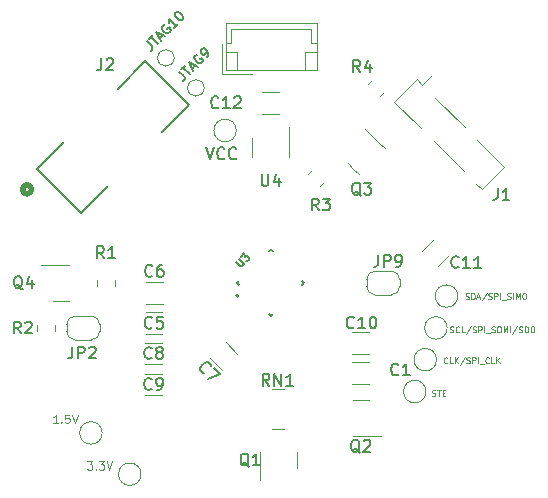
<source format=gbr>
%TF.GenerationSoftware,KiCad,Pcbnew,7.0.7*%
%TF.CreationDate,2023-11-13T21:50:39-08:00*%
%TF.ProjectId,Final_Project_Transmit,46696e61-6c5f-4507-926f-6a6563745f54,rev?*%
%TF.SameCoordinates,Original*%
%TF.FileFunction,Legend,Top*%
%TF.FilePolarity,Positive*%
%FSLAX46Y46*%
G04 Gerber Fmt 4.6, Leading zero omitted, Abs format (unit mm)*
G04 Created by KiCad (PCBNEW 7.0.7) date 2023-11-13 21:50:39*
%MOMM*%
%LPD*%
G01*
G04 APERTURE LIST*
%ADD10C,0.150000*%
%ADD11C,0.087500*%
%ADD12C,0.062500*%
%ADD13C,0.508000*%
%ADD14C,0.152400*%
%ADD15C,0.120000*%
%ADD16C,0.127000*%
%ADD17C,0.200000*%
G04 APERTURE END LIST*
D10*
X87256459Y-57192775D02*
X87256459Y-57907060D01*
X87256459Y-57907060D02*
X87208840Y-58049917D01*
X87208840Y-58049917D02*
X87113602Y-58145156D01*
X87113602Y-58145156D02*
X86970745Y-58192775D01*
X86970745Y-58192775D02*
X86875507Y-58192775D01*
X87685031Y-57288013D02*
X87732650Y-57240394D01*
X87732650Y-57240394D02*
X87827888Y-57192775D01*
X87827888Y-57192775D02*
X88065983Y-57192775D01*
X88065983Y-57192775D02*
X88161221Y-57240394D01*
X88161221Y-57240394D02*
X88208840Y-57288013D01*
X88208840Y-57288013D02*
X88256459Y-57383251D01*
X88256459Y-57383251D02*
X88256459Y-57478489D01*
X88256459Y-57478489D02*
X88208840Y-57621346D01*
X88208840Y-57621346D02*
X87637412Y-58192775D01*
X87637412Y-58192775D02*
X88256459Y-58192775D01*
D11*
X86050747Y-91303472D02*
X86484080Y-91303472D01*
X86484080Y-91303472D02*
X86250747Y-91570139D01*
X86250747Y-91570139D02*
X86350747Y-91570139D01*
X86350747Y-91570139D02*
X86417413Y-91603472D01*
X86417413Y-91603472D02*
X86450747Y-91636805D01*
X86450747Y-91636805D02*
X86484080Y-91703472D01*
X86484080Y-91703472D02*
X86484080Y-91870139D01*
X86484080Y-91870139D02*
X86450747Y-91936805D01*
X86450747Y-91936805D02*
X86417413Y-91970139D01*
X86417413Y-91970139D02*
X86350747Y-92003472D01*
X86350747Y-92003472D02*
X86150747Y-92003472D01*
X86150747Y-92003472D02*
X86084080Y-91970139D01*
X86084080Y-91970139D02*
X86050747Y-91936805D01*
X86784080Y-91936805D02*
X86817414Y-91970139D01*
X86817414Y-91970139D02*
X86784080Y-92003472D01*
X86784080Y-92003472D02*
X86750747Y-91970139D01*
X86750747Y-91970139D02*
X86784080Y-91936805D01*
X86784080Y-91936805D02*
X86784080Y-92003472D01*
X87050747Y-91303472D02*
X87484080Y-91303472D01*
X87484080Y-91303472D02*
X87250747Y-91570139D01*
X87250747Y-91570139D02*
X87350747Y-91570139D01*
X87350747Y-91570139D02*
X87417413Y-91603472D01*
X87417413Y-91603472D02*
X87450747Y-91636805D01*
X87450747Y-91636805D02*
X87484080Y-91703472D01*
X87484080Y-91703472D02*
X87484080Y-91870139D01*
X87484080Y-91870139D02*
X87450747Y-91936805D01*
X87450747Y-91936805D02*
X87417413Y-91970139D01*
X87417413Y-91970139D02*
X87350747Y-92003472D01*
X87350747Y-92003472D02*
X87150747Y-92003472D01*
X87150747Y-92003472D02*
X87084080Y-91970139D01*
X87084080Y-91970139D02*
X87050747Y-91936805D01*
X87684080Y-91303472D02*
X87917414Y-92003472D01*
X87917414Y-92003472D02*
X88150747Y-91303472D01*
D12*
X116534957Y-82945001D02*
X116511148Y-82968811D01*
X116511148Y-82968811D02*
X116439719Y-82992620D01*
X116439719Y-82992620D02*
X116392100Y-82992620D01*
X116392100Y-82992620D02*
X116320672Y-82968811D01*
X116320672Y-82968811D02*
X116273053Y-82921191D01*
X116273053Y-82921191D02*
X116249243Y-82873572D01*
X116249243Y-82873572D02*
X116225434Y-82778334D01*
X116225434Y-82778334D02*
X116225434Y-82706906D01*
X116225434Y-82706906D02*
X116249243Y-82611668D01*
X116249243Y-82611668D02*
X116273053Y-82564049D01*
X116273053Y-82564049D02*
X116320672Y-82516430D01*
X116320672Y-82516430D02*
X116392100Y-82492620D01*
X116392100Y-82492620D02*
X116439719Y-82492620D01*
X116439719Y-82492620D02*
X116511148Y-82516430D01*
X116511148Y-82516430D02*
X116534957Y-82540239D01*
X116987338Y-82992620D02*
X116749243Y-82992620D01*
X116749243Y-82992620D02*
X116749243Y-82492620D01*
X117154005Y-82992620D02*
X117154005Y-82492620D01*
X117439719Y-82992620D02*
X117225434Y-82706906D01*
X117439719Y-82492620D02*
X117154005Y-82778334D01*
X118011148Y-82468811D02*
X117582577Y-83111668D01*
X118154006Y-82968811D02*
X118225434Y-82992620D01*
X118225434Y-82992620D02*
X118344482Y-82992620D01*
X118344482Y-82992620D02*
X118392101Y-82968811D01*
X118392101Y-82968811D02*
X118415910Y-82945001D01*
X118415910Y-82945001D02*
X118439720Y-82897382D01*
X118439720Y-82897382D02*
X118439720Y-82849763D01*
X118439720Y-82849763D02*
X118415910Y-82802144D01*
X118415910Y-82802144D02*
X118392101Y-82778334D01*
X118392101Y-82778334D02*
X118344482Y-82754525D01*
X118344482Y-82754525D02*
X118249244Y-82730715D01*
X118249244Y-82730715D02*
X118201625Y-82706906D01*
X118201625Y-82706906D02*
X118177815Y-82683096D01*
X118177815Y-82683096D02*
X118154006Y-82635477D01*
X118154006Y-82635477D02*
X118154006Y-82587858D01*
X118154006Y-82587858D02*
X118177815Y-82540239D01*
X118177815Y-82540239D02*
X118201625Y-82516430D01*
X118201625Y-82516430D02*
X118249244Y-82492620D01*
X118249244Y-82492620D02*
X118368291Y-82492620D01*
X118368291Y-82492620D02*
X118439720Y-82516430D01*
X118654005Y-82992620D02*
X118654005Y-82492620D01*
X118654005Y-82492620D02*
X118844481Y-82492620D01*
X118844481Y-82492620D02*
X118892100Y-82516430D01*
X118892100Y-82516430D02*
X118915910Y-82540239D01*
X118915910Y-82540239D02*
X118939719Y-82587858D01*
X118939719Y-82587858D02*
X118939719Y-82659287D01*
X118939719Y-82659287D02*
X118915910Y-82706906D01*
X118915910Y-82706906D02*
X118892100Y-82730715D01*
X118892100Y-82730715D02*
X118844481Y-82754525D01*
X118844481Y-82754525D02*
X118654005Y-82754525D01*
X119154005Y-82992620D02*
X119154005Y-82492620D01*
X119273053Y-83040239D02*
X119654005Y-83040239D01*
X120058766Y-82945001D02*
X120034957Y-82968811D01*
X120034957Y-82968811D02*
X119963528Y-82992620D01*
X119963528Y-82992620D02*
X119915909Y-82992620D01*
X119915909Y-82992620D02*
X119844481Y-82968811D01*
X119844481Y-82968811D02*
X119796862Y-82921191D01*
X119796862Y-82921191D02*
X119773052Y-82873572D01*
X119773052Y-82873572D02*
X119749243Y-82778334D01*
X119749243Y-82778334D02*
X119749243Y-82706906D01*
X119749243Y-82706906D02*
X119773052Y-82611668D01*
X119773052Y-82611668D02*
X119796862Y-82564049D01*
X119796862Y-82564049D02*
X119844481Y-82516430D01*
X119844481Y-82516430D02*
X119915909Y-82492620D01*
X119915909Y-82492620D02*
X119963528Y-82492620D01*
X119963528Y-82492620D02*
X120034957Y-82516430D01*
X120034957Y-82516430D02*
X120058766Y-82540239D01*
X120511147Y-82992620D02*
X120273052Y-82992620D01*
X120273052Y-82992620D02*
X120273052Y-82492620D01*
X120677814Y-82992620D02*
X120677814Y-82492620D01*
X120963528Y-82992620D02*
X120749243Y-82706906D01*
X120963528Y-82492620D02*
X120677814Y-82778334D01*
X118078572Y-77544151D02*
X118150000Y-77567960D01*
X118150000Y-77567960D02*
X118269048Y-77567960D01*
X118269048Y-77567960D02*
X118316667Y-77544151D01*
X118316667Y-77544151D02*
X118340476Y-77520341D01*
X118340476Y-77520341D02*
X118364286Y-77472722D01*
X118364286Y-77472722D02*
X118364286Y-77425103D01*
X118364286Y-77425103D02*
X118340476Y-77377484D01*
X118340476Y-77377484D02*
X118316667Y-77353674D01*
X118316667Y-77353674D02*
X118269048Y-77329865D01*
X118269048Y-77329865D02*
X118173810Y-77306055D01*
X118173810Y-77306055D02*
X118126191Y-77282246D01*
X118126191Y-77282246D02*
X118102381Y-77258436D01*
X118102381Y-77258436D02*
X118078572Y-77210817D01*
X118078572Y-77210817D02*
X118078572Y-77163198D01*
X118078572Y-77163198D02*
X118102381Y-77115579D01*
X118102381Y-77115579D02*
X118126191Y-77091770D01*
X118126191Y-77091770D02*
X118173810Y-77067960D01*
X118173810Y-77067960D02*
X118292857Y-77067960D01*
X118292857Y-77067960D02*
X118364286Y-77091770D01*
X118578571Y-77567960D02*
X118578571Y-77067960D01*
X118578571Y-77067960D02*
X118697619Y-77067960D01*
X118697619Y-77067960D02*
X118769047Y-77091770D01*
X118769047Y-77091770D02*
X118816666Y-77139389D01*
X118816666Y-77139389D02*
X118840476Y-77187008D01*
X118840476Y-77187008D02*
X118864285Y-77282246D01*
X118864285Y-77282246D02*
X118864285Y-77353674D01*
X118864285Y-77353674D02*
X118840476Y-77448912D01*
X118840476Y-77448912D02*
X118816666Y-77496531D01*
X118816666Y-77496531D02*
X118769047Y-77544151D01*
X118769047Y-77544151D02*
X118697619Y-77567960D01*
X118697619Y-77567960D02*
X118578571Y-77567960D01*
X119054762Y-77425103D02*
X119292857Y-77425103D01*
X119007143Y-77567960D02*
X119173809Y-77067960D01*
X119173809Y-77067960D02*
X119340476Y-77567960D01*
X119864285Y-77044151D02*
X119435714Y-77687008D01*
X120007143Y-77544151D02*
X120078571Y-77567960D01*
X120078571Y-77567960D02*
X120197619Y-77567960D01*
X120197619Y-77567960D02*
X120245238Y-77544151D01*
X120245238Y-77544151D02*
X120269047Y-77520341D01*
X120269047Y-77520341D02*
X120292857Y-77472722D01*
X120292857Y-77472722D02*
X120292857Y-77425103D01*
X120292857Y-77425103D02*
X120269047Y-77377484D01*
X120269047Y-77377484D02*
X120245238Y-77353674D01*
X120245238Y-77353674D02*
X120197619Y-77329865D01*
X120197619Y-77329865D02*
X120102381Y-77306055D01*
X120102381Y-77306055D02*
X120054762Y-77282246D01*
X120054762Y-77282246D02*
X120030952Y-77258436D01*
X120030952Y-77258436D02*
X120007143Y-77210817D01*
X120007143Y-77210817D02*
X120007143Y-77163198D01*
X120007143Y-77163198D02*
X120030952Y-77115579D01*
X120030952Y-77115579D02*
X120054762Y-77091770D01*
X120054762Y-77091770D02*
X120102381Y-77067960D01*
X120102381Y-77067960D02*
X120221428Y-77067960D01*
X120221428Y-77067960D02*
X120292857Y-77091770D01*
X120507142Y-77567960D02*
X120507142Y-77067960D01*
X120507142Y-77067960D02*
X120697618Y-77067960D01*
X120697618Y-77067960D02*
X120745237Y-77091770D01*
X120745237Y-77091770D02*
X120769047Y-77115579D01*
X120769047Y-77115579D02*
X120792856Y-77163198D01*
X120792856Y-77163198D02*
X120792856Y-77234627D01*
X120792856Y-77234627D02*
X120769047Y-77282246D01*
X120769047Y-77282246D02*
X120745237Y-77306055D01*
X120745237Y-77306055D02*
X120697618Y-77329865D01*
X120697618Y-77329865D02*
X120507142Y-77329865D01*
X121007142Y-77567960D02*
X121007142Y-77067960D01*
X121126190Y-77615579D02*
X121507142Y-77615579D01*
X121602380Y-77544151D02*
X121673808Y-77567960D01*
X121673808Y-77567960D02*
X121792856Y-77567960D01*
X121792856Y-77567960D02*
X121840475Y-77544151D01*
X121840475Y-77544151D02*
X121864284Y-77520341D01*
X121864284Y-77520341D02*
X121888094Y-77472722D01*
X121888094Y-77472722D02*
X121888094Y-77425103D01*
X121888094Y-77425103D02*
X121864284Y-77377484D01*
X121864284Y-77377484D02*
X121840475Y-77353674D01*
X121840475Y-77353674D02*
X121792856Y-77329865D01*
X121792856Y-77329865D02*
X121697618Y-77306055D01*
X121697618Y-77306055D02*
X121649999Y-77282246D01*
X121649999Y-77282246D02*
X121626189Y-77258436D01*
X121626189Y-77258436D02*
X121602380Y-77210817D01*
X121602380Y-77210817D02*
X121602380Y-77163198D01*
X121602380Y-77163198D02*
X121626189Y-77115579D01*
X121626189Y-77115579D02*
X121649999Y-77091770D01*
X121649999Y-77091770D02*
X121697618Y-77067960D01*
X121697618Y-77067960D02*
X121816665Y-77067960D01*
X121816665Y-77067960D02*
X121888094Y-77091770D01*
X122102379Y-77567960D02*
X122102379Y-77067960D01*
X122340474Y-77567960D02*
X122340474Y-77067960D01*
X122340474Y-77067960D02*
X122507141Y-77425103D01*
X122507141Y-77425103D02*
X122673807Y-77067960D01*
X122673807Y-77067960D02*
X122673807Y-77567960D01*
X123007141Y-77067960D02*
X123102379Y-77067960D01*
X123102379Y-77067960D02*
X123149998Y-77091770D01*
X123149998Y-77091770D02*
X123197617Y-77139389D01*
X123197617Y-77139389D02*
X123221427Y-77234627D01*
X123221427Y-77234627D02*
X123221427Y-77401293D01*
X123221427Y-77401293D02*
X123197617Y-77496531D01*
X123197617Y-77496531D02*
X123149998Y-77544151D01*
X123149998Y-77544151D02*
X123102379Y-77567960D01*
X123102379Y-77567960D02*
X123007141Y-77567960D01*
X123007141Y-77567960D02*
X122959522Y-77544151D01*
X122959522Y-77544151D02*
X122911903Y-77496531D01*
X122911903Y-77496531D02*
X122888094Y-77401293D01*
X122888094Y-77401293D02*
X122888094Y-77234627D01*
X122888094Y-77234627D02*
X122911903Y-77139389D01*
X122911903Y-77139389D02*
X122959522Y-77091770D01*
X122959522Y-77091770D02*
X123007141Y-77067960D01*
X116772034Y-80360957D02*
X116843462Y-80384766D01*
X116843462Y-80384766D02*
X116962510Y-80384766D01*
X116962510Y-80384766D02*
X117010129Y-80360957D01*
X117010129Y-80360957D02*
X117033938Y-80337147D01*
X117033938Y-80337147D02*
X117057748Y-80289528D01*
X117057748Y-80289528D02*
X117057748Y-80241909D01*
X117057748Y-80241909D02*
X117033938Y-80194290D01*
X117033938Y-80194290D02*
X117010129Y-80170480D01*
X117010129Y-80170480D02*
X116962510Y-80146671D01*
X116962510Y-80146671D02*
X116867272Y-80122861D01*
X116867272Y-80122861D02*
X116819653Y-80099052D01*
X116819653Y-80099052D02*
X116795843Y-80075242D01*
X116795843Y-80075242D02*
X116772034Y-80027623D01*
X116772034Y-80027623D02*
X116772034Y-79980004D01*
X116772034Y-79980004D02*
X116795843Y-79932385D01*
X116795843Y-79932385D02*
X116819653Y-79908576D01*
X116819653Y-79908576D02*
X116867272Y-79884766D01*
X116867272Y-79884766D02*
X116986319Y-79884766D01*
X116986319Y-79884766D02*
X117057748Y-79908576D01*
X117557747Y-80337147D02*
X117533938Y-80360957D01*
X117533938Y-80360957D02*
X117462509Y-80384766D01*
X117462509Y-80384766D02*
X117414890Y-80384766D01*
X117414890Y-80384766D02*
X117343462Y-80360957D01*
X117343462Y-80360957D02*
X117295843Y-80313337D01*
X117295843Y-80313337D02*
X117272033Y-80265718D01*
X117272033Y-80265718D02*
X117248224Y-80170480D01*
X117248224Y-80170480D02*
X117248224Y-80099052D01*
X117248224Y-80099052D02*
X117272033Y-80003814D01*
X117272033Y-80003814D02*
X117295843Y-79956195D01*
X117295843Y-79956195D02*
X117343462Y-79908576D01*
X117343462Y-79908576D02*
X117414890Y-79884766D01*
X117414890Y-79884766D02*
X117462509Y-79884766D01*
X117462509Y-79884766D02*
X117533938Y-79908576D01*
X117533938Y-79908576D02*
X117557747Y-79932385D01*
X118010128Y-80384766D02*
X117772033Y-80384766D01*
X117772033Y-80384766D02*
X117772033Y-79884766D01*
X118533938Y-79860957D02*
X118105367Y-80503814D01*
X118676796Y-80360957D02*
X118748224Y-80384766D01*
X118748224Y-80384766D02*
X118867272Y-80384766D01*
X118867272Y-80384766D02*
X118914891Y-80360957D01*
X118914891Y-80360957D02*
X118938700Y-80337147D01*
X118938700Y-80337147D02*
X118962510Y-80289528D01*
X118962510Y-80289528D02*
X118962510Y-80241909D01*
X118962510Y-80241909D02*
X118938700Y-80194290D01*
X118938700Y-80194290D02*
X118914891Y-80170480D01*
X118914891Y-80170480D02*
X118867272Y-80146671D01*
X118867272Y-80146671D02*
X118772034Y-80122861D01*
X118772034Y-80122861D02*
X118724415Y-80099052D01*
X118724415Y-80099052D02*
X118700605Y-80075242D01*
X118700605Y-80075242D02*
X118676796Y-80027623D01*
X118676796Y-80027623D02*
X118676796Y-79980004D01*
X118676796Y-79980004D02*
X118700605Y-79932385D01*
X118700605Y-79932385D02*
X118724415Y-79908576D01*
X118724415Y-79908576D02*
X118772034Y-79884766D01*
X118772034Y-79884766D02*
X118891081Y-79884766D01*
X118891081Y-79884766D02*
X118962510Y-79908576D01*
X119176795Y-80384766D02*
X119176795Y-79884766D01*
X119176795Y-79884766D02*
X119367271Y-79884766D01*
X119367271Y-79884766D02*
X119414890Y-79908576D01*
X119414890Y-79908576D02*
X119438700Y-79932385D01*
X119438700Y-79932385D02*
X119462509Y-79980004D01*
X119462509Y-79980004D02*
X119462509Y-80051433D01*
X119462509Y-80051433D02*
X119438700Y-80099052D01*
X119438700Y-80099052D02*
X119414890Y-80122861D01*
X119414890Y-80122861D02*
X119367271Y-80146671D01*
X119367271Y-80146671D02*
X119176795Y-80146671D01*
X119676795Y-80384766D02*
X119676795Y-79884766D01*
X119795843Y-80432385D02*
X120176795Y-80432385D01*
X120272033Y-80360957D02*
X120343461Y-80384766D01*
X120343461Y-80384766D02*
X120462509Y-80384766D01*
X120462509Y-80384766D02*
X120510128Y-80360957D01*
X120510128Y-80360957D02*
X120533937Y-80337147D01*
X120533937Y-80337147D02*
X120557747Y-80289528D01*
X120557747Y-80289528D02*
X120557747Y-80241909D01*
X120557747Y-80241909D02*
X120533937Y-80194290D01*
X120533937Y-80194290D02*
X120510128Y-80170480D01*
X120510128Y-80170480D02*
X120462509Y-80146671D01*
X120462509Y-80146671D02*
X120367271Y-80122861D01*
X120367271Y-80122861D02*
X120319652Y-80099052D01*
X120319652Y-80099052D02*
X120295842Y-80075242D01*
X120295842Y-80075242D02*
X120272033Y-80027623D01*
X120272033Y-80027623D02*
X120272033Y-79980004D01*
X120272033Y-79980004D02*
X120295842Y-79932385D01*
X120295842Y-79932385D02*
X120319652Y-79908576D01*
X120319652Y-79908576D02*
X120367271Y-79884766D01*
X120367271Y-79884766D02*
X120486318Y-79884766D01*
X120486318Y-79884766D02*
X120557747Y-79908576D01*
X120867270Y-79884766D02*
X120962508Y-79884766D01*
X120962508Y-79884766D02*
X121010127Y-79908576D01*
X121010127Y-79908576D02*
X121057746Y-79956195D01*
X121057746Y-79956195D02*
X121081556Y-80051433D01*
X121081556Y-80051433D02*
X121081556Y-80218099D01*
X121081556Y-80218099D02*
X121057746Y-80313337D01*
X121057746Y-80313337D02*
X121010127Y-80360957D01*
X121010127Y-80360957D02*
X120962508Y-80384766D01*
X120962508Y-80384766D02*
X120867270Y-80384766D01*
X120867270Y-80384766D02*
X120819651Y-80360957D01*
X120819651Y-80360957D02*
X120772032Y-80313337D01*
X120772032Y-80313337D02*
X120748223Y-80218099D01*
X120748223Y-80218099D02*
X120748223Y-80051433D01*
X120748223Y-80051433D02*
X120772032Y-79956195D01*
X120772032Y-79956195D02*
X120819651Y-79908576D01*
X120819651Y-79908576D02*
X120867270Y-79884766D01*
X121295842Y-80384766D02*
X121295842Y-79884766D01*
X121295842Y-79884766D02*
X121462509Y-80241909D01*
X121462509Y-80241909D02*
X121629175Y-79884766D01*
X121629175Y-79884766D02*
X121629175Y-80384766D01*
X121867271Y-80384766D02*
X121867271Y-79884766D01*
X122462509Y-79860957D02*
X122033938Y-80503814D01*
X122605367Y-80360957D02*
X122676795Y-80384766D01*
X122676795Y-80384766D02*
X122795843Y-80384766D01*
X122795843Y-80384766D02*
X122843462Y-80360957D01*
X122843462Y-80360957D02*
X122867271Y-80337147D01*
X122867271Y-80337147D02*
X122891081Y-80289528D01*
X122891081Y-80289528D02*
X122891081Y-80241909D01*
X122891081Y-80241909D02*
X122867271Y-80194290D01*
X122867271Y-80194290D02*
X122843462Y-80170480D01*
X122843462Y-80170480D02*
X122795843Y-80146671D01*
X122795843Y-80146671D02*
X122700605Y-80122861D01*
X122700605Y-80122861D02*
X122652986Y-80099052D01*
X122652986Y-80099052D02*
X122629176Y-80075242D01*
X122629176Y-80075242D02*
X122605367Y-80027623D01*
X122605367Y-80027623D02*
X122605367Y-79980004D01*
X122605367Y-79980004D02*
X122629176Y-79932385D01*
X122629176Y-79932385D02*
X122652986Y-79908576D01*
X122652986Y-79908576D02*
X122700605Y-79884766D01*
X122700605Y-79884766D02*
X122819652Y-79884766D01*
X122819652Y-79884766D02*
X122891081Y-79908576D01*
X123105366Y-80384766D02*
X123105366Y-79884766D01*
X123105366Y-79884766D02*
X123224414Y-79884766D01*
X123224414Y-79884766D02*
X123295842Y-79908576D01*
X123295842Y-79908576D02*
X123343461Y-79956195D01*
X123343461Y-79956195D02*
X123367271Y-80003814D01*
X123367271Y-80003814D02*
X123391080Y-80099052D01*
X123391080Y-80099052D02*
X123391080Y-80170480D01*
X123391080Y-80170480D02*
X123367271Y-80265718D01*
X123367271Y-80265718D02*
X123343461Y-80313337D01*
X123343461Y-80313337D02*
X123295842Y-80360957D01*
X123295842Y-80360957D02*
X123224414Y-80384766D01*
X123224414Y-80384766D02*
X123105366Y-80384766D01*
X123700604Y-79884766D02*
X123795842Y-79884766D01*
X123795842Y-79884766D02*
X123843461Y-79908576D01*
X123843461Y-79908576D02*
X123891080Y-79956195D01*
X123891080Y-79956195D02*
X123914890Y-80051433D01*
X123914890Y-80051433D02*
X123914890Y-80218099D01*
X123914890Y-80218099D02*
X123891080Y-80313337D01*
X123891080Y-80313337D02*
X123843461Y-80360957D01*
X123843461Y-80360957D02*
X123795842Y-80384766D01*
X123795842Y-80384766D02*
X123700604Y-80384766D01*
X123700604Y-80384766D02*
X123652985Y-80360957D01*
X123652985Y-80360957D02*
X123605366Y-80313337D01*
X123605366Y-80313337D02*
X123581557Y-80218099D01*
X123581557Y-80218099D02*
X123581557Y-80051433D01*
X123581557Y-80051433D02*
X123605366Y-79956195D01*
X123605366Y-79956195D02*
X123652985Y-79908576D01*
X123652985Y-79908576D02*
X123700604Y-79884766D01*
D10*
X96081929Y-64728917D02*
X96415262Y-65728917D01*
X96415262Y-65728917D02*
X96748595Y-64728917D01*
X97653357Y-65633678D02*
X97605738Y-65681298D01*
X97605738Y-65681298D02*
X97462881Y-65728917D01*
X97462881Y-65728917D02*
X97367643Y-65728917D01*
X97367643Y-65728917D02*
X97224786Y-65681298D01*
X97224786Y-65681298D02*
X97129548Y-65586059D01*
X97129548Y-65586059D02*
X97081929Y-65490821D01*
X97081929Y-65490821D02*
X97034310Y-65300345D01*
X97034310Y-65300345D02*
X97034310Y-65157488D01*
X97034310Y-65157488D02*
X97081929Y-64967012D01*
X97081929Y-64967012D02*
X97129548Y-64871774D01*
X97129548Y-64871774D02*
X97224786Y-64776536D01*
X97224786Y-64776536D02*
X97367643Y-64728917D01*
X97367643Y-64728917D02*
X97462881Y-64728917D01*
X97462881Y-64728917D02*
X97605738Y-64776536D01*
X97605738Y-64776536D02*
X97653357Y-64824155D01*
X98653357Y-65633678D02*
X98605738Y-65681298D01*
X98605738Y-65681298D02*
X98462881Y-65728917D01*
X98462881Y-65728917D02*
X98367643Y-65728917D01*
X98367643Y-65728917D02*
X98224786Y-65681298D01*
X98224786Y-65681298D02*
X98129548Y-65586059D01*
X98129548Y-65586059D02*
X98081929Y-65490821D01*
X98081929Y-65490821D02*
X98034310Y-65300345D01*
X98034310Y-65300345D02*
X98034310Y-65157488D01*
X98034310Y-65157488D02*
X98081929Y-64967012D01*
X98081929Y-64967012D02*
X98129548Y-64871774D01*
X98129548Y-64871774D02*
X98224786Y-64776536D01*
X98224786Y-64776536D02*
X98367643Y-64728917D01*
X98367643Y-64728917D02*
X98462881Y-64728917D01*
X98462881Y-64728917D02*
X98605738Y-64776536D01*
X98605738Y-64776536D02*
X98653357Y-64824155D01*
D12*
X115249279Y-85741366D02*
X115320707Y-85765175D01*
X115320707Y-85765175D02*
X115439755Y-85765175D01*
X115439755Y-85765175D02*
X115487374Y-85741366D01*
X115487374Y-85741366D02*
X115511183Y-85717556D01*
X115511183Y-85717556D02*
X115534993Y-85669937D01*
X115534993Y-85669937D02*
X115534993Y-85622318D01*
X115534993Y-85622318D02*
X115511183Y-85574699D01*
X115511183Y-85574699D02*
X115487374Y-85550889D01*
X115487374Y-85550889D02*
X115439755Y-85527080D01*
X115439755Y-85527080D02*
X115344517Y-85503270D01*
X115344517Y-85503270D02*
X115296898Y-85479461D01*
X115296898Y-85479461D02*
X115273088Y-85455651D01*
X115273088Y-85455651D02*
X115249279Y-85408032D01*
X115249279Y-85408032D02*
X115249279Y-85360413D01*
X115249279Y-85360413D02*
X115273088Y-85312794D01*
X115273088Y-85312794D02*
X115296898Y-85288985D01*
X115296898Y-85288985D02*
X115344517Y-85265175D01*
X115344517Y-85265175D02*
X115463564Y-85265175D01*
X115463564Y-85265175D02*
X115534993Y-85288985D01*
X115677850Y-85265175D02*
X115963564Y-85265175D01*
X115820707Y-85765175D02*
X115820707Y-85265175D01*
X116130230Y-85503270D02*
X116296897Y-85503270D01*
X116368325Y-85765175D02*
X116130230Y-85765175D01*
X116130230Y-85765175D02*
X116130230Y-85265175D01*
X116130230Y-85265175D02*
X116368325Y-85265175D01*
D10*
X109163991Y-58346232D02*
X108830658Y-57870041D01*
X108592563Y-58346232D02*
X108592563Y-57346232D01*
X108592563Y-57346232D02*
X108973515Y-57346232D01*
X108973515Y-57346232D02*
X109068753Y-57393851D01*
X109068753Y-57393851D02*
X109116372Y-57441470D01*
X109116372Y-57441470D02*
X109163991Y-57536708D01*
X109163991Y-57536708D02*
X109163991Y-57679565D01*
X109163991Y-57679565D02*
X109116372Y-57774803D01*
X109116372Y-57774803D02*
X109068753Y-57822422D01*
X109068753Y-57822422D02*
X108973515Y-57870041D01*
X108973515Y-57870041D02*
X108592563Y-57870041D01*
X110021134Y-57679565D02*
X110021134Y-58346232D01*
X109783039Y-57298613D02*
X109544944Y-58012898D01*
X109544944Y-58012898D02*
X110163991Y-58012898D01*
X80415430Y-80475391D02*
X80082097Y-79999200D01*
X79844002Y-80475391D02*
X79844002Y-79475391D01*
X79844002Y-79475391D02*
X80224954Y-79475391D01*
X80224954Y-79475391D02*
X80320192Y-79523010D01*
X80320192Y-79523010D02*
X80367811Y-79570629D01*
X80367811Y-79570629D02*
X80415430Y-79665867D01*
X80415430Y-79665867D02*
X80415430Y-79808724D01*
X80415430Y-79808724D02*
X80367811Y-79903962D01*
X80367811Y-79903962D02*
X80320192Y-79951581D01*
X80320192Y-79951581D02*
X80224954Y-79999200D01*
X80224954Y-79999200D02*
X79844002Y-79999200D01*
X80796383Y-79570629D02*
X80844002Y-79523010D01*
X80844002Y-79523010D02*
X80939240Y-79475391D01*
X80939240Y-79475391D02*
X81177335Y-79475391D01*
X81177335Y-79475391D02*
X81272573Y-79523010D01*
X81272573Y-79523010D02*
X81320192Y-79570629D01*
X81320192Y-79570629D02*
X81367811Y-79665867D01*
X81367811Y-79665867D02*
X81367811Y-79761105D01*
X81367811Y-79761105D02*
X81320192Y-79903962D01*
X81320192Y-79903962D02*
X80748764Y-80475391D01*
X80748764Y-80475391D02*
X81367811Y-80475391D01*
X87463333Y-74114819D02*
X87130000Y-73638628D01*
X86891905Y-74114819D02*
X86891905Y-73114819D01*
X86891905Y-73114819D02*
X87272857Y-73114819D01*
X87272857Y-73114819D02*
X87368095Y-73162438D01*
X87368095Y-73162438D02*
X87415714Y-73210057D01*
X87415714Y-73210057D02*
X87463333Y-73305295D01*
X87463333Y-73305295D02*
X87463333Y-73448152D01*
X87463333Y-73448152D02*
X87415714Y-73543390D01*
X87415714Y-73543390D02*
X87368095Y-73591009D01*
X87368095Y-73591009D02*
X87272857Y-73638628D01*
X87272857Y-73638628D02*
X86891905Y-73638628D01*
X88415714Y-74114819D02*
X87844286Y-74114819D01*
X88130000Y-74114819D02*
X88130000Y-73114819D01*
X88130000Y-73114819D02*
X88034762Y-73257676D01*
X88034762Y-73257676D02*
X87939524Y-73352914D01*
X87939524Y-73352914D02*
X87844286Y-73400533D01*
D11*
X83563410Y-88045555D02*
X83163410Y-88045555D01*
X83363410Y-88045555D02*
X83363410Y-87345555D01*
X83363410Y-87345555D02*
X83296743Y-87445555D01*
X83296743Y-87445555D02*
X83230077Y-87512222D01*
X83230077Y-87512222D02*
X83163410Y-87545555D01*
X83863410Y-87978888D02*
X83896744Y-88012222D01*
X83896744Y-88012222D02*
X83863410Y-88045555D01*
X83863410Y-88045555D02*
X83830077Y-88012222D01*
X83830077Y-88012222D02*
X83863410Y-87978888D01*
X83863410Y-87978888D02*
X83863410Y-88045555D01*
X84530077Y-87345555D02*
X84196743Y-87345555D01*
X84196743Y-87345555D02*
X84163410Y-87678888D01*
X84163410Y-87678888D02*
X84196743Y-87645555D01*
X84196743Y-87645555D02*
X84263410Y-87612222D01*
X84263410Y-87612222D02*
X84430077Y-87612222D01*
X84430077Y-87612222D02*
X84496743Y-87645555D01*
X84496743Y-87645555D02*
X84530077Y-87678888D01*
X84530077Y-87678888D02*
X84563410Y-87745555D01*
X84563410Y-87745555D02*
X84563410Y-87912222D01*
X84563410Y-87912222D02*
X84530077Y-87978888D01*
X84530077Y-87978888D02*
X84496743Y-88012222D01*
X84496743Y-88012222D02*
X84430077Y-88045555D01*
X84430077Y-88045555D02*
X84263410Y-88045555D01*
X84263410Y-88045555D02*
X84196743Y-88012222D01*
X84196743Y-88012222D02*
X84163410Y-87978888D01*
X84763410Y-87345555D02*
X84996744Y-88045555D01*
X84996744Y-88045555D02*
X85230077Y-87345555D01*
D10*
X105642809Y-70056206D02*
X105309476Y-69580015D01*
X105071381Y-70056206D02*
X105071381Y-69056206D01*
X105071381Y-69056206D02*
X105452333Y-69056206D01*
X105452333Y-69056206D02*
X105547571Y-69103825D01*
X105547571Y-69103825D02*
X105595190Y-69151444D01*
X105595190Y-69151444D02*
X105642809Y-69246682D01*
X105642809Y-69246682D02*
X105642809Y-69389539D01*
X105642809Y-69389539D02*
X105595190Y-69484777D01*
X105595190Y-69484777D02*
X105547571Y-69532396D01*
X105547571Y-69532396D02*
X105452333Y-69580015D01*
X105452333Y-69580015D02*
X105071381Y-69580015D01*
X105976143Y-69056206D02*
X106595190Y-69056206D01*
X106595190Y-69056206D02*
X106261857Y-69437158D01*
X106261857Y-69437158D02*
X106404714Y-69437158D01*
X106404714Y-69437158D02*
X106499952Y-69484777D01*
X106499952Y-69484777D02*
X106547571Y-69532396D01*
X106547571Y-69532396D02*
X106595190Y-69627634D01*
X106595190Y-69627634D02*
X106595190Y-69865729D01*
X106595190Y-69865729D02*
X106547571Y-69960967D01*
X106547571Y-69960967D02*
X106499952Y-70008587D01*
X106499952Y-70008587D02*
X106404714Y-70056206D01*
X106404714Y-70056206D02*
X106119000Y-70056206D01*
X106119000Y-70056206D02*
X106023762Y-70008587D01*
X106023762Y-70008587D02*
X105976143Y-69960967D01*
X91561247Y-75577200D02*
X91513628Y-75624820D01*
X91513628Y-75624820D02*
X91370771Y-75672439D01*
X91370771Y-75672439D02*
X91275533Y-75672439D01*
X91275533Y-75672439D02*
X91132676Y-75624820D01*
X91132676Y-75624820D02*
X91037438Y-75529581D01*
X91037438Y-75529581D02*
X90989819Y-75434343D01*
X90989819Y-75434343D02*
X90942200Y-75243867D01*
X90942200Y-75243867D02*
X90942200Y-75101010D01*
X90942200Y-75101010D02*
X90989819Y-74910534D01*
X90989819Y-74910534D02*
X91037438Y-74815296D01*
X91037438Y-74815296D02*
X91132676Y-74720058D01*
X91132676Y-74720058D02*
X91275533Y-74672439D01*
X91275533Y-74672439D02*
X91370771Y-74672439D01*
X91370771Y-74672439D02*
X91513628Y-74720058D01*
X91513628Y-74720058D02*
X91561247Y-74767677D01*
X92418390Y-74672439D02*
X92227914Y-74672439D01*
X92227914Y-74672439D02*
X92132676Y-74720058D01*
X92132676Y-74720058D02*
X92085057Y-74767677D01*
X92085057Y-74767677D02*
X91989819Y-74910534D01*
X91989819Y-74910534D02*
X91942200Y-75101010D01*
X91942200Y-75101010D02*
X91942200Y-75481962D01*
X91942200Y-75481962D02*
X91989819Y-75577200D01*
X91989819Y-75577200D02*
X92037438Y-75624820D01*
X92037438Y-75624820D02*
X92132676Y-75672439D01*
X92132676Y-75672439D02*
X92323152Y-75672439D01*
X92323152Y-75672439D02*
X92418390Y-75624820D01*
X92418390Y-75624820D02*
X92466009Y-75577200D01*
X92466009Y-75577200D02*
X92513628Y-75481962D01*
X92513628Y-75481962D02*
X92513628Y-75243867D01*
X92513628Y-75243867D02*
X92466009Y-75148629D01*
X92466009Y-75148629D02*
X92418390Y-75101010D01*
X92418390Y-75101010D02*
X92323152Y-75053391D01*
X92323152Y-75053391D02*
X92132676Y-75053391D01*
X92132676Y-75053391D02*
X92037438Y-75101010D01*
X92037438Y-75101010D02*
X91989819Y-75148629D01*
X91989819Y-75148629D02*
X91942200Y-75243867D01*
X91499325Y-82549445D02*
X91451706Y-82597065D01*
X91451706Y-82597065D02*
X91308849Y-82644684D01*
X91308849Y-82644684D02*
X91213611Y-82644684D01*
X91213611Y-82644684D02*
X91070754Y-82597065D01*
X91070754Y-82597065D02*
X90975516Y-82501826D01*
X90975516Y-82501826D02*
X90927897Y-82406588D01*
X90927897Y-82406588D02*
X90880278Y-82216112D01*
X90880278Y-82216112D02*
X90880278Y-82073255D01*
X90880278Y-82073255D02*
X90927897Y-81882779D01*
X90927897Y-81882779D02*
X90975516Y-81787541D01*
X90975516Y-81787541D02*
X91070754Y-81692303D01*
X91070754Y-81692303D02*
X91213611Y-81644684D01*
X91213611Y-81644684D02*
X91308849Y-81644684D01*
X91308849Y-81644684D02*
X91451706Y-81692303D01*
X91451706Y-81692303D02*
X91499325Y-81739922D01*
X92070754Y-82073255D02*
X91975516Y-82025636D01*
X91975516Y-82025636D02*
X91927897Y-81978017D01*
X91927897Y-81978017D02*
X91880278Y-81882779D01*
X91880278Y-81882779D02*
X91880278Y-81835160D01*
X91880278Y-81835160D02*
X91927897Y-81739922D01*
X91927897Y-81739922D02*
X91975516Y-81692303D01*
X91975516Y-81692303D02*
X92070754Y-81644684D01*
X92070754Y-81644684D02*
X92261230Y-81644684D01*
X92261230Y-81644684D02*
X92356468Y-81692303D01*
X92356468Y-81692303D02*
X92404087Y-81739922D01*
X92404087Y-81739922D02*
X92451706Y-81835160D01*
X92451706Y-81835160D02*
X92451706Y-81882779D01*
X92451706Y-81882779D02*
X92404087Y-81978017D01*
X92404087Y-81978017D02*
X92356468Y-82025636D01*
X92356468Y-82025636D02*
X92261230Y-82073255D01*
X92261230Y-82073255D02*
X92070754Y-82073255D01*
X92070754Y-82073255D02*
X91975516Y-82120874D01*
X91975516Y-82120874D02*
X91927897Y-82168493D01*
X91927897Y-82168493D02*
X91880278Y-82263731D01*
X91880278Y-82263731D02*
X91880278Y-82454207D01*
X91880278Y-82454207D02*
X91927897Y-82549445D01*
X91927897Y-82549445D02*
X91975516Y-82597065D01*
X91975516Y-82597065D02*
X92070754Y-82644684D01*
X92070754Y-82644684D02*
X92261230Y-82644684D01*
X92261230Y-82644684D02*
X92356468Y-82597065D01*
X92356468Y-82597065D02*
X92404087Y-82549445D01*
X92404087Y-82549445D02*
X92451706Y-82454207D01*
X92451706Y-82454207D02*
X92451706Y-82263731D01*
X92451706Y-82263731D02*
X92404087Y-82168493D01*
X92404087Y-82168493D02*
X92356468Y-82120874D01*
X92356468Y-82120874D02*
X92261230Y-82073255D01*
X117490015Y-74844355D02*
X117442396Y-74891975D01*
X117442396Y-74891975D02*
X117299539Y-74939594D01*
X117299539Y-74939594D02*
X117204301Y-74939594D01*
X117204301Y-74939594D02*
X117061444Y-74891975D01*
X117061444Y-74891975D02*
X116966206Y-74796736D01*
X116966206Y-74796736D02*
X116918587Y-74701498D01*
X116918587Y-74701498D02*
X116870968Y-74511022D01*
X116870968Y-74511022D02*
X116870968Y-74368165D01*
X116870968Y-74368165D02*
X116918587Y-74177689D01*
X116918587Y-74177689D02*
X116966206Y-74082451D01*
X116966206Y-74082451D02*
X117061444Y-73987213D01*
X117061444Y-73987213D02*
X117204301Y-73939594D01*
X117204301Y-73939594D02*
X117299539Y-73939594D01*
X117299539Y-73939594D02*
X117442396Y-73987213D01*
X117442396Y-73987213D02*
X117490015Y-74034832D01*
X118442396Y-74939594D02*
X117870968Y-74939594D01*
X118156682Y-74939594D02*
X118156682Y-73939594D01*
X118156682Y-73939594D02*
X118061444Y-74082451D01*
X118061444Y-74082451D02*
X117966206Y-74177689D01*
X117966206Y-74177689D02*
X117870968Y-74225308D01*
X119394777Y-74939594D02*
X118823349Y-74939594D01*
X119109063Y-74939594D02*
X119109063Y-73939594D01*
X119109063Y-73939594D02*
X119013825Y-74082451D01*
X119013825Y-74082451D02*
X118918587Y-74177689D01*
X118918587Y-74177689D02*
X118823349Y-74225308D01*
X110680215Y-73829890D02*
X110680215Y-74544175D01*
X110680215Y-74544175D02*
X110632596Y-74687032D01*
X110632596Y-74687032D02*
X110537358Y-74782271D01*
X110537358Y-74782271D02*
X110394501Y-74829890D01*
X110394501Y-74829890D02*
X110299263Y-74829890D01*
X111156406Y-74829890D02*
X111156406Y-73829890D01*
X111156406Y-73829890D02*
X111537358Y-73829890D01*
X111537358Y-73829890D02*
X111632596Y-73877509D01*
X111632596Y-73877509D02*
X111680215Y-73925128D01*
X111680215Y-73925128D02*
X111727834Y-74020366D01*
X111727834Y-74020366D02*
X111727834Y-74163223D01*
X111727834Y-74163223D02*
X111680215Y-74258461D01*
X111680215Y-74258461D02*
X111632596Y-74306080D01*
X111632596Y-74306080D02*
X111537358Y-74353699D01*
X111537358Y-74353699D02*
X111156406Y-74353699D01*
X112204025Y-74829890D02*
X112394501Y-74829890D01*
X112394501Y-74829890D02*
X112489739Y-74782271D01*
X112489739Y-74782271D02*
X112537358Y-74734651D01*
X112537358Y-74734651D02*
X112632596Y-74591794D01*
X112632596Y-74591794D02*
X112680215Y-74401318D01*
X112680215Y-74401318D02*
X112680215Y-74020366D01*
X112680215Y-74020366D02*
X112632596Y-73925128D01*
X112632596Y-73925128D02*
X112584977Y-73877509D01*
X112584977Y-73877509D02*
X112489739Y-73829890D01*
X112489739Y-73829890D02*
X112299263Y-73829890D01*
X112299263Y-73829890D02*
X112204025Y-73877509D01*
X112204025Y-73877509D02*
X112156406Y-73925128D01*
X112156406Y-73925128D02*
X112108787Y-74020366D01*
X112108787Y-74020366D02*
X112108787Y-74258461D01*
X112108787Y-74258461D02*
X112156406Y-74353699D01*
X112156406Y-74353699D02*
X112204025Y-74401318D01*
X112204025Y-74401318D02*
X112299263Y-74448937D01*
X112299263Y-74448937D02*
X112489739Y-74448937D01*
X112489739Y-74448937D02*
X112584977Y-74401318D01*
X112584977Y-74401318D02*
X112632596Y-74353699D01*
X112632596Y-74353699D02*
X112680215Y-74258461D01*
X91102193Y-55751772D02*
X91506254Y-56155833D01*
X91506254Y-56155833D02*
X91560129Y-56263583D01*
X91560129Y-56263583D02*
X91560129Y-56371332D01*
X91560129Y-56371332D02*
X91506254Y-56479082D01*
X91506254Y-56479082D02*
X91452379Y-56532957D01*
X91290755Y-55563210D02*
X91614004Y-55239961D01*
X92018065Y-55967271D02*
X91452379Y-55401586D01*
X92179689Y-55482398D02*
X92449063Y-55213024D01*
X92287439Y-55697897D02*
X91910315Y-54943650D01*
X91910315Y-54943650D02*
X92664562Y-55320773D01*
X92610687Y-54297152D02*
X92529875Y-54324090D01*
X92529875Y-54324090D02*
X92449063Y-54404902D01*
X92449063Y-54404902D02*
X92395188Y-54512652D01*
X92395188Y-54512652D02*
X92395188Y-54620401D01*
X92395188Y-54620401D02*
X92422126Y-54701213D01*
X92422126Y-54701213D02*
X92502938Y-54835900D01*
X92502938Y-54835900D02*
X92583750Y-54916713D01*
X92583750Y-54916713D02*
X92718437Y-54997525D01*
X92718437Y-54997525D02*
X92799249Y-55024462D01*
X92799249Y-55024462D02*
X92906999Y-55024462D01*
X92906999Y-55024462D02*
X93014748Y-54970587D01*
X93014748Y-54970587D02*
X93068623Y-54916713D01*
X93068623Y-54916713D02*
X93122498Y-54808963D01*
X93122498Y-54808963D02*
X93122498Y-54755088D01*
X93122498Y-54755088D02*
X92933936Y-54566526D01*
X92933936Y-54566526D02*
X92826187Y-54674276D01*
X93715121Y-54270215D02*
X93391872Y-54593464D01*
X93553497Y-54431839D02*
X92987811Y-53866154D01*
X92987811Y-53866154D02*
X93014748Y-54000841D01*
X93014748Y-54000841D02*
X93014748Y-54108591D01*
X93014748Y-54108591D02*
X92987811Y-54189403D01*
X93499622Y-53354343D02*
X93553497Y-53300468D01*
X93553497Y-53300468D02*
X93634309Y-53273531D01*
X93634309Y-53273531D02*
X93688184Y-53273531D01*
X93688184Y-53273531D02*
X93768996Y-53300468D01*
X93768996Y-53300468D02*
X93903683Y-53381281D01*
X93903683Y-53381281D02*
X94038370Y-53515968D01*
X94038370Y-53515968D02*
X94119182Y-53650655D01*
X94119182Y-53650655D02*
X94146120Y-53731467D01*
X94146120Y-53731467D02*
X94146120Y-53785342D01*
X94146120Y-53785342D02*
X94119182Y-53866154D01*
X94119182Y-53866154D02*
X94065307Y-53920029D01*
X94065307Y-53920029D02*
X93984495Y-53946966D01*
X93984495Y-53946966D02*
X93930620Y-53946966D01*
X93930620Y-53946966D02*
X93849808Y-53920029D01*
X93849808Y-53920029D02*
X93715121Y-53839216D01*
X93715121Y-53839216D02*
X93580434Y-53704529D01*
X93580434Y-53704529D02*
X93499622Y-53569842D01*
X93499622Y-53569842D02*
X93472684Y-53489030D01*
X93472684Y-53489030D02*
X93472684Y-53435155D01*
X93472684Y-53435155D02*
X93499622Y-53354343D01*
X109208123Y-68813942D02*
X109112885Y-68766323D01*
X109112885Y-68766323D02*
X109017647Y-68671085D01*
X109017647Y-68671085D02*
X108874790Y-68528227D01*
X108874790Y-68528227D02*
X108779552Y-68480608D01*
X108779552Y-68480608D02*
X108684314Y-68480608D01*
X108731933Y-68718704D02*
X108636695Y-68671085D01*
X108636695Y-68671085D02*
X108541457Y-68575846D01*
X108541457Y-68575846D02*
X108493838Y-68385370D01*
X108493838Y-68385370D02*
X108493838Y-68052037D01*
X108493838Y-68052037D02*
X108541457Y-67861561D01*
X108541457Y-67861561D02*
X108636695Y-67766323D01*
X108636695Y-67766323D02*
X108731933Y-67718704D01*
X108731933Y-67718704D02*
X108922409Y-67718704D01*
X108922409Y-67718704D02*
X109017647Y-67766323D01*
X109017647Y-67766323D02*
X109112885Y-67861561D01*
X109112885Y-67861561D02*
X109160504Y-68052037D01*
X109160504Y-68052037D02*
X109160504Y-68385370D01*
X109160504Y-68385370D02*
X109112885Y-68575846D01*
X109112885Y-68575846D02*
X109017647Y-68671085D01*
X109017647Y-68671085D02*
X108922409Y-68718704D01*
X108922409Y-68718704D02*
X108731933Y-68718704D01*
X109493838Y-67718704D02*
X110112885Y-67718704D01*
X110112885Y-67718704D02*
X109779552Y-68099656D01*
X109779552Y-68099656D02*
X109922409Y-68099656D01*
X109922409Y-68099656D02*
X110017647Y-68147275D01*
X110017647Y-68147275D02*
X110065266Y-68194894D01*
X110065266Y-68194894D02*
X110112885Y-68290132D01*
X110112885Y-68290132D02*
X110112885Y-68528227D01*
X110112885Y-68528227D02*
X110065266Y-68623465D01*
X110065266Y-68623465D02*
X110017647Y-68671085D01*
X110017647Y-68671085D02*
X109922409Y-68718704D01*
X109922409Y-68718704D02*
X109636695Y-68718704D01*
X109636695Y-68718704D02*
X109541457Y-68671085D01*
X109541457Y-68671085D02*
X109493838Y-68623465D01*
X112393551Y-83929092D02*
X112345932Y-83976712D01*
X112345932Y-83976712D02*
X112203075Y-84024331D01*
X112203075Y-84024331D02*
X112107837Y-84024331D01*
X112107837Y-84024331D02*
X111964980Y-83976712D01*
X111964980Y-83976712D02*
X111869742Y-83881473D01*
X111869742Y-83881473D02*
X111822123Y-83786235D01*
X111822123Y-83786235D02*
X111774504Y-83595759D01*
X111774504Y-83595759D02*
X111774504Y-83452902D01*
X111774504Y-83452902D02*
X111822123Y-83262426D01*
X111822123Y-83262426D02*
X111869742Y-83167188D01*
X111869742Y-83167188D02*
X111964980Y-83071950D01*
X111964980Y-83071950D02*
X112107837Y-83024331D01*
X112107837Y-83024331D02*
X112203075Y-83024331D01*
X112203075Y-83024331D02*
X112345932Y-83071950D01*
X112345932Y-83071950D02*
X112393551Y-83119569D01*
X113345932Y-84024331D02*
X112774504Y-84024331D01*
X113060218Y-84024331D02*
X113060218Y-83024331D01*
X113060218Y-83024331D02*
X112964980Y-83167188D01*
X112964980Y-83167188D02*
X112869742Y-83262426D01*
X112869742Y-83262426D02*
X112774504Y-83310045D01*
X91535720Y-79965426D02*
X91488101Y-80013046D01*
X91488101Y-80013046D02*
X91345244Y-80060665D01*
X91345244Y-80060665D02*
X91250006Y-80060665D01*
X91250006Y-80060665D02*
X91107149Y-80013046D01*
X91107149Y-80013046D02*
X91011911Y-79917807D01*
X91011911Y-79917807D02*
X90964292Y-79822569D01*
X90964292Y-79822569D02*
X90916673Y-79632093D01*
X90916673Y-79632093D02*
X90916673Y-79489236D01*
X90916673Y-79489236D02*
X90964292Y-79298760D01*
X90964292Y-79298760D02*
X91011911Y-79203522D01*
X91011911Y-79203522D02*
X91107149Y-79108284D01*
X91107149Y-79108284D02*
X91250006Y-79060665D01*
X91250006Y-79060665D02*
X91345244Y-79060665D01*
X91345244Y-79060665D02*
X91488101Y-79108284D01*
X91488101Y-79108284D02*
X91535720Y-79155903D01*
X92440482Y-79060665D02*
X91964292Y-79060665D01*
X91964292Y-79060665D02*
X91916673Y-79536855D01*
X91916673Y-79536855D02*
X91964292Y-79489236D01*
X91964292Y-79489236D02*
X92059530Y-79441617D01*
X92059530Y-79441617D02*
X92297625Y-79441617D01*
X92297625Y-79441617D02*
X92392863Y-79489236D01*
X92392863Y-79489236D02*
X92440482Y-79536855D01*
X92440482Y-79536855D02*
X92488101Y-79632093D01*
X92488101Y-79632093D02*
X92488101Y-79870188D01*
X92488101Y-79870188D02*
X92440482Y-79965426D01*
X92440482Y-79965426D02*
X92392863Y-80013046D01*
X92392863Y-80013046D02*
X92297625Y-80060665D01*
X92297625Y-80060665D02*
X92059530Y-80060665D01*
X92059530Y-80060665D02*
X91964292Y-80013046D01*
X91964292Y-80013046D02*
X91916673Y-79965426D01*
X84789420Y-81586280D02*
X84789420Y-82300565D01*
X84789420Y-82300565D02*
X84741801Y-82443422D01*
X84741801Y-82443422D02*
X84646563Y-82538661D01*
X84646563Y-82538661D02*
X84503706Y-82586280D01*
X84503706Y-82586280D02*
X84408468Y-82586280D01*
X85265611Y-82586280D02*
X85265611Y-81586280D01*
X85265611Y-81586280D02*
X85646563Y-81586280D01*
X85646563Y-81586280D02*
X85741801Y-81633899D01*
X85741801Y-81633899D02*
X85789420Y-81681518D01*
X85789420Y-81681518D02*
X85837039Y-81776756D01*
X85837039Y-81776756D02*
X85837039Y-81919613D01*
X85837039Y-81919613D02*
X85789420Y-82014851D01*
X85789420Y-82014851D02*
X85741801Y-82062470D01*
X85741801Y-82062470D02*
X85646563Y-82110089D01*
X85646563Y-82110089D02*
X85265611Y-82110089D01*
X86217992Y-81681518D02*
X86265611Y-81633899D01*
X86265611Y-81633899D02*
X86360849Y-81586280D01*
X86360849Y-81586280D02*
X86598944Y-81586280D01*
X86598944Y-81586280D02*
X86694182Y-81633899D01*
X86694182Y-81633899D02*
X86741801Y-81681518D01*
X86741801Y-81681518D02*
X86789420Y-81776756D01*
X86789420Y-81776756D02*
X86789420Y-81871994D01*
X86789420Y-81871994D02*
X86741801Y-82014851D01*
X86741801Y-82014851D02*
X86170373Y-82586280D01*
X86170373Y-82586280D02*
X86789420Y-82586280D01*
X120789186Y-68182735D02*
X120789186Y-68897020D01*
X120789186Y-68897020D02*
X120741567Y-69039877D01*
X120741567Y-69039877D02*
X120646329Y-69135116D01*
X120646329Y-69135116D02*
X120503472Y-69182735D01*
X120503472Y-69182735D02*
X120408234Y-69182735D01*
X121789186Y-69182735D02*
X121217758Y-69182735D01*
X121503472Y-69182735D02*
X121503472Y-68182735D01*
X121503472Y-68182735D02*
X121408234Y-68325592D01*
X121408234Y-68325592D02*
X121312996Y-68420830D01*
X121312996Y-68420830D02*
X121217758Y-68468449D01*
X99749218Y-91752790D02*
X99653980Y-91705171D01*
X99653980Y-91705171D02*
X99558742Y-91609933D01*
X99558742Y-91609933D02*
X99415885Y-91467075D01*
X99415885Y-91467075D02*
X99320647Y-91419456D01*
X99320647Y-91419456D02*
X99225409Y-91419456D01*
X99273028Y-91657552D02*
X99177790Y-91609933D01*
X99177790Y-91609933D02*
X99082552Y-91514694D01*
X99082552Y-91514694D02*
X99034933Y-91324218D01*
X99034933Y-91324218D02*
X99034933Y-90990885D01*
X99034933Y-90990885D02*
X99082552Y-90800409D01*
X99082552Y-90800409D02*
X99177790Y-90705171D01*
X99177790Y-90705171D02*
X99273028Y-90657552D01*
X99273028Y-90657552D02*
X99463504Y-90657552D01*
X99463504Y-90657552D02*
X99558742Y-90705171D01*
X99558742Y-90705171D02*
X99653980Y-90800409D01*
X99653980Y-90800409D02*
X99701599Y-90990885D01*
X99701599Y-90990885D02*
X99701599Y-91324218D01*
X99701599Y-91324218D02*
X99653980Y-91514694D01*
X99653980Y-91514694D02*
X99558742Y-91609933D01*
X99558742Y-91609933D02*
X99463504Y-91657552D01*
X99463504Y-91657552D02*
X99273028Y-91657552D01*
X100653980Y-91657552D02*
X100082552Y-91657552D01*
X100368266Y-91657552D02*
X100368266Y-90657552D01*
X100368266Y-90657552D02*
X100273028Y-90800409D01*
X100273028Y-90800409D02*
X100177790Y-90895647D01*
X100177790Y-90895647D02*
X100082552Y-90943266D01*
X97147142Y-61319580D02*
X97099523Y-61367200D01*
X97099523Y-61367200D02*
X96956666Y-61414819D01*
X96956666Y-61414819D02*
X96861428Y-61414819D01*
X96861428Y-61414819D02*
X96718571Y-61367200D01*
X96718571Y-61367200D02*
X96623333Y-61271961D01*
X96623333Y-61271961D02*
X96575714Y-61176723D01*
X96575714Y-61176723D02*
X96528095Y-60986247D01*
X96528095Y-60986247D02*
X96528095Y-60843390D01*
X96528095Y-60843390D02*
X96575714Y-60652914D01*
X96575714Y-60652914D02*
X96623333Y-60557676D01*
X96623333Y-60557676D02*
X96718571Y-60462438D01*
X96718571Y-60462438D02*
X96861428Y-60414819D01*
X96861428Y-60414819D02*
X96956666Y-60414819D01*
X96956666Y-60414819D02*
X97099523Y-60462438D01*
X97099523Y-60462438D02*
X97147142Y-60510057D01*
X98099523Y-61414819D02*
X97528095Y-61414819D01*
X97813809Y-61414819D02*
X97813809Y-60414819D01*
X97813809Y-60414819D02*
X97718571Y-60557676D01*
X97718571Y-60557676D02*
X97623333Y-60652914D01*
X97623333Y-60652914D02*
X97528095Y-60700533D01*
X98480476Y-60510057D02*
X98528095Y-60462438D01*
X98528095Y-60462438D02*
X98623333Y-60414819D01*
X98623333Y-60414819D02*
X98861428Y-60414819D01*
X98861428Y-60414819D02*
X98956666Y-60462438D01*
X98956666Y-60462438D02*
X99004285Y-60510057D01*
X99004285Y-60510057D02*
X99051904Y-60605295D01*
X99051904Y-60605295D02*
X99051904Y-60700533D01*
X99051904Y-60700533D02*
X99004285Y-60843390D01*
X99004285Y-60843390D02*
X98432857Y-61414819D01*
X98432857Y-61414819D02*
X99051904Y-61414819D01*
X100822151Y-66990811D02*
X100822151Y-67800334D01*
X100822151Y-67800334D02*
X100869770Y-67895572D01*
X100869770Y-67895572D02*
X100917389Y-67943192D01*
X100917389Y-67943192D02*
X101012627Y-67990811D01*
X101012627Y-67990811D02*
X101203103Y-67990811D01*
X101203103Y-67990811D02*
X101298341Y-67943192D01*
X101298341Y-67943192D02*
X101345960Y-67895572D01*
X101345960Y-67895572D02*
X101393579Y-67800334D01*
X101393579Y-67800334D02*
X101393579Y-66990811D01*
X102298341Y-67324144D02*
X102298341Y-67990811D01*
X102060246Y-66943192D02*
X101822151Y-67657477D01*
X101822151Y-67657477D02*
X102441198Y-67657477D01*
X91491700Y-85173672D02*
X91444081Y-85221292D01*
X91444081Y-85221292D02*
X91301224Y-85268911D01*
X91301224Y-85268911D02*
X91205986Y-85268911D01*
X91205986Y-85268911D02*
X91063129Y-85221292D01*
X91063129Y-85221292D02*
X90967891Y-85126053D01*
X90967891Y-85126053D02*
X90920272Y-85030815D01*
X90920272Y-85030815D02*
X90872653Y-84840339D01*
X90872653Y-84840339D02*
X90872653Y-84697482D01*
X90872653Y-84697482D02*
X90920272Y-84507006D01*
X90920272Y-84507006D02*
X90967891Y-84411768D01*
X90967891Y-84411768D02*
X91063129Y-84316530D01*
X91063129Y-84316530D02*
X91205986Y-84268911D01*
X91205986Y-84268911D02*
X91301224Y-84268911D01*
X91301224Y-84268911D02*
X91444081Y-84316530D01*
X91444081Y-84316530D02*
X91491700Y-84364149D01*
X91967891Y-85268911D02*
X92158367Y-85268911D01*
X92158367Y-85268911D02*
X92253605Y-85221292D01*
X92253605Y-85221292D02*
X92301224Y-85173672D01*
X92301224Y-85173672D02*
X92396462Y-85030815D01*
X92396462Y-85030815D02*
X92444081Y-84840339D01*
X92444081Y-84840339D02*
X92444081Y-84459387D01*
X92444081Y-84459387D02*
X92396462Y-84364149D01*
X92396462Y-84364149D02*
X92348843Y-84316530D01*
X92348843Y-84316530D02*
X92253605Y-84268911D01*
X92253605Y-84268911D02*
X92063129Y-84268911D01*
X92063129Y-84268911D02*
X91967891Y-84316530D01*
X91967891Y-84316530D02*
X91920272Y-84364149D01*
X91920272Y-84364149D02*
X91872653Y-84459387D01*
X91872653Y-84459387D02*
X91872653Y-84697482D01*
X91872653Y-84697482D02*
X91920272Y-84792720D01*
X91920272Y-84792720D02*
X91967891Y-84840339D01*
X91967891Y-84840339D02*
X92063129Y-84887958D01*
X92063129Y-84887958D02*
X92253605Y-84887958D01*
X92253605Y-84887958D02*
X92348843Y-84840339D01*
X92348843Y-84840339D02*
X92396462Y-84792720D01*
X92396462Y-84792720D02*
X92444081Y-84697482D01*
X80577845Y-76730995D02*
X80482607Y-76683376D01*
X80482607Y-76683376D02*
X80387369Y-76588138D01*
X80387369Y-76588138D02*
X80244512Y-76445280D01*
X80244512Y-76445280D02*
X80149274Y-76397661D01*
X80149274Y-76397661D02*
X80054036Y-76397661D01*
X80101655Y-76635757D02*
X80006417Y-76588138D01*
X80006417Y-76588138D02*
X79911179Y-76492899D01*
X79911179Y-76492899D02*
X79863560Y-76302423D01*
X79863560Y-76302423D02*
X79863560Y-75969090D01*
X79863560Y-75969090D02*
X79911179Y-75778614D01*
X79911179Y-75778614D02*
X80006417Y-75683376D01*
X80006417Y-75683376D02*
X80101655Y-75635757D01*
X80101655Y-75635757D02*
X80292131Y-75635757D01*
X80292131Y-75635757D02*
X80387369Y-75683376D01*
X80387369Y-75683376D02*
X80482607Y-75778614D01*
X80482607Y-75778614D02*
X80530226Y-75969090D01*
X80530226Y-75969090D02*
X80530226Y-76302423D01*
X80530226Y-76302423D02*
X80482607Y-76492899D01*
X80482607Y-76492899D02*
X80387369Y-76588138D01*
X80387369Y-76588138D02*
X80292131Y-76635757D01*
X80292131Y-76635757D02*
X80101655Y-76635757D01*
X81387369Y-75969090D02*
X81387369Y-76635757D01*
X81149274Y-75588138D02*
X80911179Y-76302423D01*
X80911179Y-76302423D02*
X81530226Y-76302423D01*
X93835593Y-58316028D02*
X94239654Y-58720089D01*
X94239654Y-58720089D02*
X94293529Y-58827838D01*
X94293529Y-58827838D02*
X94293529Y-58935588D01*
X94293529Y-58935588D02*
X94239654Y-59043337D01*
X94239654Y-59043337D02*
X94185780Y-59097212D01*
X94024155Y-58127466D02*
X94347404Y-57804217D01*
X94751465Y-58531527D02*
X94185780Y-57965841D01*
X94913090Y-58046653D02*
X95182464Y-57777279D01*
X95020839Y-58262153D02*
X94643716Y-57507905D01*
X94643716Y-57507905D02*
X95397963Y-57885029D01*
X95344088Y-56861408D02*
X95263276Y-56888345D01*
X95263276Y-56888345D02*
X95182464Y-56969157D01*
X95182464Y-56969157D02*
X95128589Y-57076907D01*
X95128589Y-57076907D02*
X95128589Y-57184657D01*
X95128589Y-57184657D02*
X95155526Y-57265469D01*
X95155526Y-57265469D02*
X95236338Y-57400156D01*
X95236338Y-57400156D02*
X95317151Y-57480968D01*
X95317151Y-57480968D02*
X95451838Y-57561780D01*
X95451838Y-57561780D02*
X95532650Y-57588718D01*
X95532650Y-57588718D02*
X95640399Y-57588718D01*
X95640399Y-57588718D02*
X95748149Y-57534843D01*
X95748149Y-57534843D02*
X95802024Y-57480968D01*
X95802024Y-57480968D02*
X95855899Y-57373218D01*
X95855899Y-57373218D02*
X95855899Y-57319344D01*
X95855899Y-57319344D02*
X95667337Y-57130782D01*
X95667337Y-57130782D02*
X95559587Y-57238531D01*
X96179147Y-57103844D02*
X96286897Y-56996095D01*
X96286897Y-56996095D02*
X96313834Y-56915283D01*
X96313834Y-56915283D02*
X96313834Y-56861408D01*
X96313834Y-56861408D02*
X96286897Y-56726721D01*
X96286897Y-56726721D02*
X96206085Y-56592034D01*
X96206085Y-56592034D02*
X95990586Y-56376535D01*
X95990586Y-56376535D02*
X95909773Y-56349597D01*
X95909773Y-56349597D02*
X95855899Y-56349597D01*
X95855899Y-56349597D02*
X95775086Y-56376535D01*
X95775086Y-56376535D02*
X95667337Y-56484284D01*
X95667337Y-56484284D02*
X95640399Y-56565096D01*
X95640399Y-56565096D02*
X95640399Y-56618971D01*
X95640399Y-56618971D02*
X95667337Y-56699783D01*
X95667337Y-56699783D02*
X95802024Y-56834470D01*
X95802024Y-56834470D02*
X95882836Y-56861408D01*
X95882836Y-56861408D02*
X95936711Y-56861408D01*
X95936711Y-56861408D02*
X96017523Y-56834470D01*
X96017523Y-56834470D02*
X96125273Y-56726721D01*
X96125273Y-56726721D02*
X96152210Y-56645909D01*
X96152210Y-56645909D02*
X96152210Y-56592034D01*
X96152210Y-56592034D02*
X96125273Y-56511222D01*
X101474249Y-84902626D02*
X101140916Y-84426435D01*
X100902821Y-84902626D02*
X100902821Y-83902626D01*
X100902821Y-83902626D02*
X101283773Y-83902626D01*
X101283773Y-83902626D02*
X101379011Y-83950245D01*
X101379011Y-83950245D02*
X101426630Y-83997864D01*
X101426630Y-83997864D02*
X101474249Y-84093102D01*
X101474249Y-84093102D02*
X101474249Y-84235959D01*
X101474249Y-84235959D02*
X101426630Y-84331197D01*
X101426630Y-84331197D02*
X101379011Y-84378816D01*
X101379011Y-84378816D02*
X101283773Y-84426435D01*
X101283773Y-84426435D02*
X100902821Y-84426435D01*
X101902821Y-84902626D02*
X101902821Y-83902626D01*
X101902821Y-83902626D02*
X102474249Y-84902626D01*
X102474249Y-84902626D02*
X102474249Y-83902626D01*
X103474249Y-84902626D02*
X102902821Y-84902626D01*
X103188535Y-84902626D02*
X103188535Y-83902626D01*
X103188535Y-83902626D02*
X103093297Y-84045483D01*
X103093297Y-84045483D02*
X102998059Y-84140721D01*
X102998059Y-84140721D02*
X102902821Y-84188340D01*
X98645182Y-74398642D02*
X99011531Y-74764991D01*
X99011531Y-74764991D02*
X99076181Y-74786541D01*
X99076181Y-74786541D02*
X99119281Y-74786541D01*
X99119281Y-74786541D02*
X99183930Y-74764991D01*
X99183930Y-74764991D02*
X99270130Y-74678791D01*
X99270130Y-74678791D02*
X99291680Y-74614141D01*
X99291680Y-74614141D02*
X99291680Y-74571041D01*
X99291680Y-74571041D02*
X99270130Y-74506392D01*
X99270130Y-74506392D02*
X98903782Y-74140043D01*
X99076181Y-73967644D02*
X99356330Y-73687495D01*
X99356330Y-73687495D02*
X99377880Y-74010744D01*
X99377880Y-74010744D02*
X99442529Y-73946094D01*
X99442529Y-73946094D02*
X99507179Y-73924544D01*
X99507179Y-73924544D02*
X99550279Y-73924544D01*
X99550279Y-73924544D02*
X99614929Y-73946094D01*
X99614929Y-73946094D02*
X99722678Y-74053843D01*
X99722678Y-74053843D02*
X99744228Y-74118493D01*
X99744228Y-74118493D02*
X99744228Y-74161593D01*
X99744228Y-74161593D02*
X99722678Y-74226243D01*
X99722678Y-74226243D02*
X99593379Y-74355542D01*
X99593379Y-74355542D02*
X99528729Y-74377092D01*
X99528729Y-74377092D02*
X99485629Y-74377092D01*
X95944593Y-83829413D02*
X95877249Y-83829413D01*
X95877249Y-83829413D02*
X95742562Y-83762069D01*
X95742562Y-83762069D02*
X95675219Y-83694726D01*
X95675219Y-83694726D02*
X95607875Y-83560039D01*
X95607875Y-83560039D02*
X95607875Y-83425352D01*
X95607875Y-83425352D02*
X95641547Y-83324337D01*
X95641547Y-83324337D02*
X95742562Y-83155978D01*
X95742562Y-83155978D02*
X95843577Y-83054963D01*
X95843577Y-83054963D02*
X96011936Y-82953947D01*
X96011936Y-82953947D02*
X96112951Y-82920276D01*
X96112951Y-82920276D02*
X96247638Y-82920276D01*
X96247638Y-82920276D02*
X96382325Y-82987619D01*
X96382325Y-82987619D02*
X96449669Y-83054963D01*
X96449669Y-83054963D02*
X96517012Y-83189650D01*
X96517012Y-83189650D02*
X96517012Y-83256993D01*
X96820058Y-83425352D02*
X97291463Y-83896756D01*
X97291463Y-83896756D02*
X96281310Y-84300817D01*
X109124761Y-90580057D02*
X109029523Y-90532438D01*
X109029523Y-90532438D02*
X108934285Y-90437200D01*
X108934285Y-90437200D02*
X108791428Y-90294342D01*
X108791428Y-90294342D02*
X108696190Y-90246723D01*
X108696190Y-90246723D02*
X108600952Y-90246723D01*
X108648571Y-90484819D02*
X108553333Y-90437200D01*
X108553333Y-90437200D02*
X108458095Y-90341961D01*
X108458095Y-90341961D02*
X108410476Y-90151485D01*
X108410476Y-90151485D02*
X108410476Y-89818152D01*
X108410476Y-89818152D02*
X108458095Y-89627676D01*
X108458095Y-89627676D02*
X108553333Y-89532438D01*
X108553333Y-89532438D02*
X108648571Y-89484819D01*
X108648571Y-89484819D02*
X108839047Y-89484819D01*
X108839047Y-89484819D02*
X108934285Y-89532438D01*
X108934285Y-89532438D02*
X109029523Y-89627676D01*
X109029523Y-89627676D02*
X109077142Y-89818152D01*
X109077142Y-89818152D02*
X109077142Y-90151485D01*
X109077142Y-90151485D02*
X109029523Y-90341961D01*
X109029523Y-90341961D02*
X108934285Y-90437200D01*
X108934285Y-90437200D02*
X108839047Y-90484819D01*
X108839047Y-90484819D02*
X108648571Y-90484819D01*
X109458095Y-89580057D02*
X109505714Y-89532438D01*
X109505714Y-89532438D02*
X109600952Y-89484819D01*
X109600952Y-89484819D02*
X109839047Y-89484819D01*
X109839047Y-89484819D02*
X109934285Y-89532438D01*
X109934285Y-89532438D02*
X109981904Y-89580057D01*
X109981904Y-89580057D02*
X110029523Y-89675295D01*
X110029523Y-89675295D02*
X110029523Y-89770533D01*
X110029523Y-89770533D02*
X109981904Y-89913390D01*
X109981904Y-89913390D02*
X109410476Y-90484819D01*
X109410476Y-90484819D02*
X110029523Y-90484819D01*
X108633755Y-79958033D02*
X108586136Y-80005653D01*
X108586136Y-80005653D02*
X108443279Y-80053272D01*
X108443279Y-80053272D02*
X108348041Y-80053272D01*
X108348041Y-80053272D02*
X108205184Y-80005653D01*
X108205184Y-80005653D02*
X108109946Y-79910414D01*
X108109946Y-79910414D02*
X108062327Y-79815176D01*
X108062327Y-79815176D02*
X108014708Y-79624700D01*
X108014708Y-79624700D02*
X108014708Y-79481843D01*
X108014708Y-79481843D02*
X108062327Y-79291367D01*
X108062327Y-79291367D02*
X108109946Y-79196129D01*
X108109946Y-79196129D02*
X108205184Y-79100891D01*
X108205184Y-79100891D02*
X108348041Y-79053272D01*
X108348041Y-79053272D02*
X108443279Y-79053272D01*
X108443279Y-79053272D02*
X108586136Y-79100891D01*
X108586136Y-79100891D02*
X108633755Y-79148510D01*
X109586136Y-80053272D02*
X109014708Y-80053272D01*
X109300422Y-80053272D02*
X109300422Y-79053272D01*
X109300422Y-79053272D02*
X109205184Y-79196129D01*
X109205184Y-79196129D02*
X109109946Y-79291367D01*
X109109946Y-79291367D02*
X109014708Y-79338986D01*
X110205184Y-79053272D02*
X110300422Y-79053272D01*
X110300422Y-79053272D02*
X110395660Y-79100891D01*
X110395660Y-79100891D02*
X110443279Y-79148510D01*
X110443279Y-79148510D02*
X110490898Y-79243748D01*
X110490898Y-79243748D02*
X110538517Y-79434224D01*
X110538517Y-79434224D02*
X110538517Y-79672319D01*
X110538517Y-79672319D02*
X110490898Y-79862795D01*
X110490898Y-79862795D02*
X110443279Y-79958033D01*
X110443279Y-79958033D02*
X110395660Y-80005653D01*
X110395660Y-80005653D02*
X110300422Y-80053272D01*
X110300422Y-80053272D02*
X110205184Y-80053272D01*
X110205184Y-80053272D02*
X110109946Y-80005653D01*
X110109946Y-80005653D02*
X110062327Y-79958033D01*
X110062327Y-79958033D02*
X110014708Y-79862795D01*
X110014708Y-79862795D02*
X109967089Y-79672319D01*
X109967089Y-79672319D02*
X109967089Y-79434224D01*
X109967089Y-79434224D02*
X110014708Y-79243748D01*
X110014708Y-79243748D02*
X110062327Y-79148510D01*
X110062327Y-79148510D02*
X110109946Y-79100891D01*
X110109946Y-79100891D02*
X110205184Y-79053272D01*
D13*
%TO.C,J2*%
X81331072Y-68276508D02*
G75*
G03*
X81331072Y-68276508I-381000J0D01*
G01*
D14*
X85494576Y-70306541D02*
X87809686Y-67991431D01*
X94654438Y-61146679D02*
X90936612Y-57428853D01*
X90936612Y-57428853D02*
X88621502Y-59743963D01*
X81776750Y-66588715D02*
X85494576Y-70306541D01*
X84091860Y-64273605D02*
X81776750Y-66588715D01*
X92339328Y-63461789D02*
X94654438Y-61146679D01*
D15*
%TO.C,3.3V*%
X90599902Y-92393885D02*
G75*
G03*
X90599902Y-92393885I-950000J0D01*
G01*
%TO.C,CLK/SPI_CLK*%
X115621973Y-82704077D02*
G75*
G03*
X115621973Y-82704077I-949999J0D01*
G01*
%TO.C,SDA/SPI_SIMO*%
X117418025Y-77315923D02*
G75*
G03*
X117418025Y-77315923I-949999J0D01*
G01*
%TO.C,SCL/SPI_SOMI/SDO*%
X116519999Y-80010000D02*
G75*
G03*
X116519999Y-80010000I-949999J0D01*
G01*
%TO.C,VCC*%
X98674292Y-63294664D02*
G75*
G03*
X98674292Y-63294664I-950000J0D01*
G01*
%TO.C,STE*%
X114723948Y-85398154D02*
G75*
G03*
X114723948Y-85398154I-949999J0D01*
G01*
%TO.C,R4*%
X111170282Y-60049165D02*
X110849165Y-60370282D01*
X110130835Y-59009718D02*
X109809718Y-59330835D01*
%TO.C,R2*%
X81815000Y-80237064D02*
X81815000Y-79782936D01*
X83285000Y-80237064D02*
X83285000Y-79782936D01*
%TO.C,R1*%
X86895000Y-76427064D02*
X86895000Y-75972936D01*
X88365000Y-76427064D02*
X88365000Y-75972936D01*
%TO.C,1.5V*%
X87310000Y-88900000D02*
G75*
G03*
X87310000Y-88900000I-950000J0D01*
G01*
%TO.C,R3*%
X106090282Y-67669165D02*
X105769165Y-67990282D01*
X105050835Y-66629718D02*
X104729718Y-66950835D01*
%TO.C,BT1*%
X98260000Y-55880000D02*
X98260000Y-54670000D01*
X105480000Y-54170000D02*
X97760000Y-54170000D01*
X98260000Y-54670000D02*
X104980000Y-54670000D01*
X97760000Y-56690000D02*
X98760000Y-56690000D01*
X98760000Y-56690000D02*
X98760000Y-58190000D01*
X104980000Y-54670000D02*
X104980000Y-55880000D01*
X104980000Y-55880000D02*
X105480000Y-55880000D01*
X97760000Y-54170000D02*
X97760000Y-58190000D01*
X97460000Y-58490000D02*
X99960000Y-58490000D01*
X97760000Y-55880000D02*
X98260000Y-55880000D01*
X105480000Y-58190000D02*
X105480000Y-54170000D01*
X97460000Y-55990000D02*
X97460000Y-58490000D01*
X97760000Y-58190000D02*
X105480000Y-58190000D01*
X104480000Y-56690000D02*
X104480000Y-58190000D01*
X105480000Y-56690000D02*
X104480000Y-56690000D01*
%TO.C,C6*%
X91016662Y-76157620D02*
X92439166Y-76157620D01*
X91016662Y-77977620D02*
X92439166Y-77977620D01*
%TO.C,C8*%
X92379184Y-83100106D02*
X90956680Y-83100106D01*
X92379184Y-81280106D02*
X90956680Y-81280106D01*
%TO.C,C11*%
X114423602Y-73519464D02*
X115429464Y-72513602D01*
X115710536Y-74806398D02*
X116716398Y-73800536D01*
%TO.C,JP9*%
X112510001Y-75900000D02*
X112510001Y-76500000D01*
X111810001Y-77200000D02*
X110410001Y-77200000D01*
X110410001Y-75200000D02*
X111810001Y-75200000D01*
X109710001Y-76500000D02*
X109710001Y-75900000D01*
X111810001Y-77200000D02*
G75*
G03*
X112510001Y-76500000I1J699999D01*
G01*
X112510001Y-75900000D02*
G75*
G03*
X111810001Y-75200000I-699999J1D01*
G01*
X109710001Y-76500000D02*
G75*
G03*
X110410001Y-77200000I700000J0D01*
G01*
X110410001Y-75200000D02*
G75*
G03*
X109710001Y-75900000I0J-700000D01*
G01*
%TO.C,JTAG10*%
X93410000Y-57150000D02*
G75*
G03*
X93410000Y-57150000I-700000J0D01*
G01*
%TO.C,Q3*%
X110790948Y-64325093D02*
X109606544Y-63140690D01*
X110790948Y-64325093D02*
X111250567Y-64784713D01*
X108584774Y-66531267D02*
X108125155Y-66071647D01*
X108584774Y-66531267D02*
X109044394Y-66990886D01*
%TO.C,C1*%
X108508748Y-82910000D02*
X109931252Y-82910000D01*
X108508748Y-84730000D02*
X109931252Y-84730000D01*
%TO.C,C5*%
X92408677Y-78701366D02*
X90986173Y-78701366D01*
X92408677Y-80521366D02*
X90986173Y-80521366D01*
%TO.C,JP2*%
X84310001Y-80310000D02*
X84310001Y-79710000D01*
X85010001Y-79010000D02*
X86410001Y-79010000D01*
X86410001Y-81010000D02*
X85010001Y-81010000D01*
X87110001Y-79710000D02*
X87110001Y-80310000D01*
X85010001Y-79010000D02*
G75*
G03*
X84310001Y-79710000I-1J-699999D01*
G01*
X84310001Y-80310000D02*
G75*
G03*
X85010001Y-81010000I699999J-1D01*
G01*
X87110001Y-79710000D02*
G75*
G03*
X86410001Y-79010000I-700000J0D01*
G01*
X86410001Y-81010000D02*
G75*
G03*
X87110001Y-80310000I0J700000D01*
G01*
%TO.C,J1*%
X119069743Y-64106830D02*
X121339556Y-66376643D01*
X115477640Y-60514727D02*
X117994940Y-63032027D01*
X114402838Y-59439925D02*
X115258437Y-58584326D01*
X113929076Y-58966163D02*
X114402838Y-59439925D01*
X119458652Y-68257547D02*
X121339556Y-66376643D01*
X118984890Y-67783785D02*
X119458652Y-68257547D01*
X115392788Y-64191683D02*
X117910088Y-66708983D01*
X112048172Y-60847067D02*
X113929076Y-58966163D01*
X112048172Y-60847067D02*
X114317985Y-63116880D01*
%TO.C,Q1*%
X100684457Y-91202733D02*
X100684457Y-92877733D01*
X100684457Y-91202733D02*
X100684457Y-90552733D01*
X103804457Y-91202733D02*
X103804457Y-91852733D01*
X103804457Y-91202733D02*
X103804457Y-90552733D01*
%TO.C,C12*%
X100888748Y-60050000D02*
X102311252Y-60050000D01*
X100888748Y-61870000D02*
X102311252Y-61870000D01*
%TO.C,U4*%
X103160000Y-64770000D02*
X103160000Y-62970000D01*
X103160000Y-64770000D02*
X103160000Y-65570000D01*
X100040000Y-64770000D02*
X100040000Y-63970000D01*
X100040000Y-64770000D02*
X100040000Y-65570000D01*
%TO.C,C9*%
X90955435Y-83876711D02*
X92377939Y-83876711D01*
X90955435Y-85696711D02*
X92377939Y-85696711D01*
%TO.C,Q4*%
X83820000Y-74640000D02*
X82145000Y-74640000D01*
X83820000Y-74640000D02*
X84470000Y-74640000D01*
X83820000Y-77760000D02*
X83170000Y-77760000D01*
X83820000Y-77760000D02*
X84470000Y-77760000D01*
%TO.C,JTAG9*%
X95950000Y-59690000D02*
G75*
G03*
X95950000Y-59690000I-700000J0D01*
G01*
%TO.C,RN1*%
X101689344Y-88538421D02*
X102689344Y-88538421D01*
X101689344Y-85178421D02*
X102689344Y-85178421D01*
D16*
%TO.C,U3*%
X98771573Y-76200000D02*
X98930672Y-76359099D01*
X98771573Y-76200000D02*
X98930672Y-76040901D01*
X101600000Y-79028427D02*
X101440901Y-78869328D01*
X101600000Y-79028427D02*
X101759099Y-78869328D01*
X101600000Y-73371573D02*
X101440901Y-73530672D01*
X101600000Y-73371573D02*
X101759099Y-73530672D01*
X104428427Y-76200000D02*
X104269328Y-76359099D01*
X104428427Y-76200000D02*
X104269328Y-76040901D01*
D17*
X98853895Y-77278338D02*
G75*
G03*
X98853895Y-77278338I-100000J0D01*
G01*
D15*
%TO.C,C7*%
X97484318Y-83531252D02*
X96478456Y-82525390D01*
X98771252Y-82244318D02*
X97765390Y-81238456D01*
%TO.C,Q2*%
X109220000Y-89190000D02*
X110895000Y-89190000D01*
X109220000Y-89190000D02*
X108570000Y-89190000D01*
X109220000Y-86070000D02*
X109870000Y-86070000D01*
X109220000Y-86070000D02*
X108570000Y-86070000D01*
%TO.C,C10*%
X108508748Y-80370000D02*
X109931252Y-80370000D01*
X108508748Y-82190000D02*
X109931252Y-82190000D01*
%TD*%
M02*

</source>
